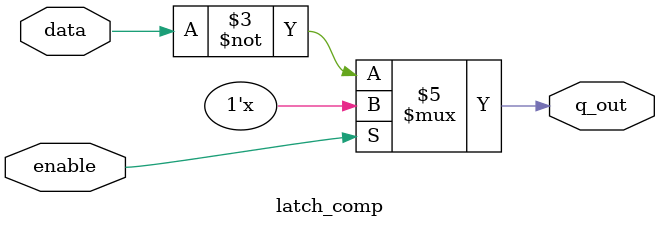
<source format=v>
`timescale 1ns / 1ps

module latch_comp(q_out, enable, data);
    output q_out;
    input enable, data;
    reg q_out;
    
    always @ (enable or data) 
        begin
            if(enable == 0)q_out = ~data;
        end
endmodule

</source>
